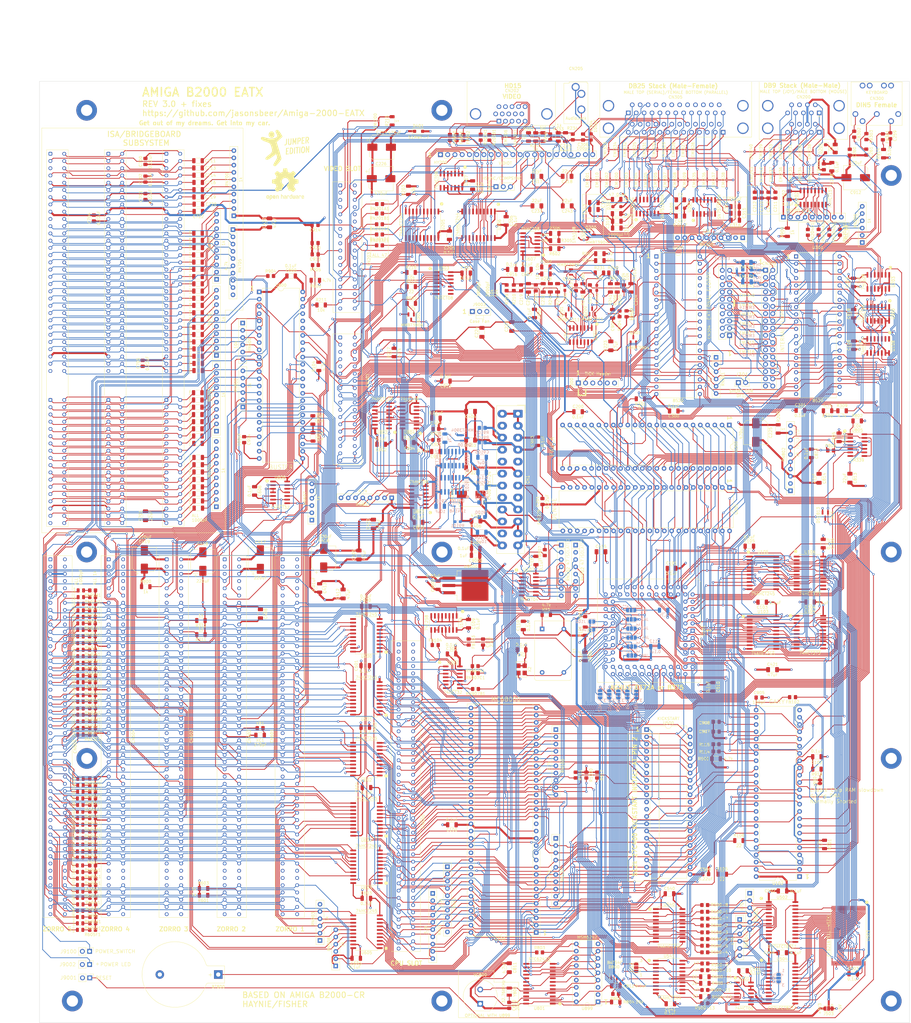
<source format=kicad_pcb>
(kicad_pcb
	(version 20240108)
	(generator "pcbnew")
	(generator_version "8.0")
	(general
		(thickness 1.6)
		(legacy_teardrops no)
	)
	(paper "C")
	(title_block
		(title "Amiga 2000 EATX")
		(date "2023-03-15")
		(rev "3.0")
	)
	(layers
		(0 "F.Cu" signal)
		(1 "In1.Cu" power)
		(2 "In2.Cu" power)
		(31 "B.Cu" signal)
		(32 "B.Adhes" user "B.Adhesive")
		(33 "F.Adhes" user "F.Adhesive")
		(34 "B.Paste" user)
		(35 "F.Paste" user)
		(36 "B.SilkS" user "B.Silkscreen")
		(37 "F.SilkS" user "F.Silkscreen")
		(38 "B.Mask" user)
		(39 "F.Mask" user)
		(40 "Dwgs.User" user "User.Drawings")
		(41 "Cmts.User" user "User.Comments")
		(42 "Eco1.User" user "User.Eco1")
		(43 "Eco2.User" user "User.Eco2")
		(44 "Edge.Cuts" user)
		(45 "Margin" user)
		(46 "B.CrtYd" user "B.Courtyard")
		(47 "F.CrtYd" user "F.Courtyard")
		(48 "B.Fab" user)
		(49 "F.Fab" user)
	)
	(setup
		(stackup
			(layer "F.SilkS"
				(type "Top Silk Screen")
			)
			(layer "F.Paste"
				(type "Top Solder Paste")
			)
			(layer "F.Mask"
				(type "Top Solder Mask")
				(thickness 0.01)
			)
			(layer "F.Cu"
				(type "copper")
				(thickness 0.035)
			)
			(layer "dielectric 1"
				(type "core")
				(thickness 0.48)
				(material "FR4")
				(epsilon_r 4.5)
				(loss_tangent 0.02)
			)
			(layer "In1.Cu"
				(type "copper")
				(thickness 0.035)
			)
			(layer "dielectric 2"
				(type "prepreg")
				(thickness 0.48)
				(material "FR4")
				(epsilon_r 4.5)
				(loss_tangent 0.02)
			)
			(layer "In2.Cu"
				(type "copper")
				(thickness 0.035)
			)
			(layer "dielectric 3"
				(type "core")
				(thickness 0.48)
				(material "FR4")
				(epsilon_r 4.5)
				(loss_tangent 0.02)
			)
			(layer "B.Cu"
				(type "copper")
				(thickness 0.035)
			)
			(layer "B.Mask"
				(type "Bottom Solder Mask")
				(thickness 0.01)
			)
			(layer "B.Paste"
				(type "Bottom Solder Paste")
			)
			(layer "B.SilkS"
				(type "Bottom Silk Screen")
			)
			(copper_finish "None")
			(dielectric_constraints no)
		)
		(pad_to_mask_clearance 0.05)
		(allow_soldermask_bridges_in_footprints no)
		(pcbplotparams
			(layerselection 0x00010fc_ffffffff)
			(plot_on_all_layers_selection 0x0000000_00000000)
			(disableapertmacros no)
			(usegerberextensions yes)
			(usegerberattributes no)
			(usegerberadvancedattributes no)
			(creategerberjobfile no)
			(dashed_line_dash_ratio 12.000000)
			(dashed_line_gap_ratio 3.000000)
			(svgprecision 4)
			(plotframeref no)
			(viasonmask no)
			(mode 1)
			(useauxorigin no)
			(hpglpennumber 1)
			(hpglpenspeed 20)
			(hpglpendiameter 15.000000)
			(pdf_front_fp_property_popups yes)
			(pdf_back_fp_property_popups yes)
			(dxfpolygonmode yes)
			(dxfimperialunits yes)
			(dxfusepcbnewfont yes)
			(psnegative no)
			(psa4output no)
			(plotreference yes)
			(plotvalue yes)
			(plotfptext yes)
			(plotinvisibletext no)
			(sketchpadsonfab no)
			(subtractmaskfromsilk yes)
			(outputformat 1)
			(mirror no)
			(drillshape 0)
			(scaleselection 1)
			(outputdirectory "out/")
		)
	)
	(net 0 "")
	(net 1 "GND")
	(net 2 "Net-(BT800-+)")
	(net 3 "_DTACK")
	(net 4 "_LDS")
	(net 5 "_UDS")
	(net 6 "R_W")
	(net 7 "_AS")
	(net 8 "_HLT")
	(net 9 "_RST")
	(net 10 "Net-(XC1-Pad1)")
	(net 11 "_BEER")
	(net 12 "_BOSS")
	(net 13 "_VPA")
	(net 14 "_BR")
	(net 15 "_BGACK")
	(net 16 "_IPL2")
	(net 17 "_IPL1")
	(net 18 "_IPL0")
	(net 19 "FC2")
	(net 20 "FC1")
	(net 21 "FC0")
	(net 22 "_VMA")
	(net 23 "D5")
	(net 24 "A4")
	(net 25 "D6")
	(net 26 "A3")
	(net 27 "D7")
	(net 28 "A2")
	(net 29 "D8")
	(net 30 "A1")
	(net 31 "D9")
	(net 32 "D10")
	(net 33 "D11")
	(net 34 "D12")
	(net 35 "D13")
	(net 36 "D14")
	(net 37 "D15")
	(net 38 "A23")
	(net 39 "E")
	(net 40 "A22")
	(net 41 "A21")
	(net 42 "A20")
	(net 43 "A19")
	(net 44 "7M")
	(net 45 "A18")
	(net 46 "A17")
	(net 47 "A16")
	(net 48 "A15")
	(net 49 "_BG")
	(net 50 "A14")
	(net 51 "A13")
	(net 52 "A12")
	(net 53 "A11")
	(net 54 "A10")
	(net 55 "A9")
	(net 56 "D0")
	(net 57 "A8")
	(net 58 "D1")
	(net 59 "A7")
	(net 60 "D2")
	(net 61 "A6")
	(net 62 "D3")
	(net 63 "A5")
	(net 64 "D4")
	(net 65 "_OEB")
	(net 66 "DRD8")
	(net 67 "DRD9")
	(net 68 "DRD10")
	(net 69 "DRD11")
	(net 70 "DRD12")
	(net 71 "DRD13")
	(net 72 "DRD14")
	(net 73 "DRD15")
	(net 74 "DRD0")
	(net 75 "DRD1")
	(net 76 "DRD2")
	(net 77 "DRD3")
	(net 78 "DRD4")
	(net 79 "DRD5")
	(net 80 "DRD6")
	(net 81 "DRD7")
	(net 82 "_LATCH")
	(net 83 "_OEL")
	(net 84 "+12V")
	(net 85 "-5V")
	(net 86 "Net-(CN601-Pad98)")
	(net 87 "Net-(CN601-Pad97)")
	(net 88 "Net-(JA5-A)")
	(net 89 "BA7")
	(net 90 "BA6")
	(net 91 "BA5")
	(net 92 "BA4")
	(net 93 "BA3")
	(net 94 "BA2")
	(net 95 "BA1")
	(net 96 "Net-(U201B-VCC)")
	(net 97 "Net-(Q202-C)")
	(net 98 "BA8")
	(net 99 "BA9")
	(net 100 "BA10")
	(net 101 "BA11")
	(net 102 "BA12")
	(net 103 "BA13")
	(net 104 "BA14")
	(net 105 "BA15")
	(net 106 "BA16")
	(net 107 "BA17")
	(net 108 "BA18")
	(net 109 "BA19")
	(net 110 "BA20")
	(net 111 "BA21")
	(net 112 "BA22")
	(net 113 "BA23")
	(net 114 "BD0")
	(net 115 "BD1")
	(net 116 "BD2")
	(net 117 "BD3")
	(net 118 "BD4")
	(net 119 "BD5")
	(net 120 "BD6")
	(net 121 "BD7")
	(net 122 "BD15")
	(net 123 "BD14")
	(net 124 "BD13")
	(net 125 "BD12")
	(net 126 "BD11")
	(net 127 "BD10")
	(net 128 "BD9")
	(net 129 "BD8")
	(net 130 "_CBG")
	(net 131 "_CBR")
	(net 132 "_INT6")
	(net 133 "XRDY")
	(net 134 "_VC1")
	(net 135 "_VC3")
	(net 136 "_INT2")
	(net 137 "VCDAC")
	(net 138 "28M")
	(net 139 "V7M")
	(net 140 "_BAS")
	(net 141 "_BUDS")
	(net 142 "_BLDS")
	(net 143 "READ")
	(net 144 "BFC0")
	(net 145 "BFC1")
	(net 146 "BFC2")
	(net 147 "_D2P")
	(net 148 "DMAOUT")
	(net 149 "_DBOE")
	(net 150 "Net-(C617-Pad1)")
	(net 151 "Net-(C619-Pad1)")
	(net 152 "Net-(C620-Pad1)")
	(net 153 "Net-(C621-Pad1)")
	(net 154 "Net-(C622-Pad1)")
	(net 155 "Net-(C623-Pad1)")
	(net 156 "Net-(C624-Pad1)")
	(net 157 "Net-(C625-Pad1)")
	(net 158 "Net-(C626-Pad1)")
	(net 159 "Net-(C627-Pad1)")
	(net 160 "Net-(C628-Pad1)")
	(net 161 "Net-(C629-Pad1)")
	(net 162 "Net-(C630-Pad1)")
	(net 163 "Net-(C631-Pad1)")
	(net 164 "Net-(C632-Pad1)")
	(net 165 "Net-(C633-Pad1)")
	(net 166 "Net-(C635-Pad1)")
	(net 167 "Net-(C637-Pad1)")
	(net 168 "Net-(C639-Pad1)")
	(net 169 "Net-(C641-Pad1)")
	(net 170 "Net-(C645-Pad1)")
	(net 171 "Net-(C647-Pad1)")
	(net 172 "Net-(C649-Pad1)")
	(net 173 "Net-(C650-Pad1)")
	(net 174 "Net-(C651-Pad1)")
	(net 175 "Net-(C652-Pad1)")
	(net 176 "Net-(C654-Pad1)")
	(net 177 "Net-(C655-Pad1)")
	(net 178 "Net-(C657-Pad1)")
	(net 179 "Net-(C658-Pad1)")
	(net 180 "Net-(C659-Pad1)")
	(net 181 "Net-(C660-Pad1)")
	(net 182 "Net-(C661-Pad1)")
	(net 183 "Net-(C662-Pad1)")
	(net 184 "Net-(C663-Pad1)")
	(net 185 "Net-(C664-Pad1)")
	(net 186 "Net-(C665-Pad1)")
	(net 187 "Net-(C666-Pad1)")
	(net 188 "Net-(C667-Pad1)")
	(net 189 "Net-(C668-Pad1)")
	(net 190 "Net-(C669-Pad1)")
	(net 191 "Net-(C670-Pad1)")
	(net 192 "Net-(C671-Pad1)")
	(net 193 "Net-(C672-Pad1)")
	(net 194 "Net-(C673-Pad1)")
	(net 195 "Net-(C674-Pad1)")
	(net 196 "_EINT1")
	(net 197 "Net-(C675-Pad1)")
	(net 198 "E7M")
	(net 199 "_EBG5")
	(net 200 "_EBR5")
	(net 201 "_EINT4")
	(net 202 "_EINT5")
	(net 203 "_EINT7")
	(net 204 "-12V")
	(net 205 "_EC1")
	(net 206 "_GBG")
	(net 207 "DOE")
	(net 208 "_OVR")
	(net 209 "ECDAC")
	(net 210 "_SLAVE5")
	(net 211 "_OWN")
	(net 212 "_EBG4")
	(net 213 "_EBR4")
	(net 214 "_SLAVE4")
	(net 215 "_EBG3")
	(net 216 "_EBR3")
	(net 217 "_SLAVE3")
	(net 218 "_EBG2")
	(net 219 "_EBR2")
	(net 220 "_SLAVE2")
	(net 221 "_EBG1")
	(net 222 "_EBR1")
	(net 223 "_COPCFG")
	(net 224 "_SLAVE1")
	(net 225 "Net-(U200-P0X)")
	(net 226 "/Power/+5VSB")
	(net 227 "Net-(U200-P0Y)")
	(net 228 "/Zorro_Expansion/_CFGOUT4")
	(net 229 "/Zorro_Expansion/_CFGIN4")
	(net 230 "/Zorro_Expansion/_CFGOUT3")
	(net 231 "/Zorro_Expansion/_CFGIN3")
	(net 232 "/Zorro_Expansion/_CFGOUT2")
	(net 233 "/Zorro_Expansion/_CFGIN2")
	(net 234 "Net-(U200-P1X)")
	(net 235 "+VID")
	(net 236 "_C4")
	(net 237 "_CSYNC")
	(net 238 "/Video/RED")
	(net 239 "/Video/GREEN")
	(net 240 "/Video/BLUE")
	(net 241 "PSTROBE")
	(net 242 "/Video/PIXELSW")
	(net 243 "_HSYNC")
	(net 244 "/Video/BURST")
	(net 245 "_XCLKEN")
	(net 246 "FLTRIGHT")
	(net 247 "FLTLEFT")
	(net 248 "Net-(U200-P1Y)")
	(net 249 "Net-(CN202-Pad14)")
	(net 250 "Net-(CN202-Pad13)")
	(net 251 "Net-(U204B-+)")
	(net 252 "Net-(Q201-S)")
	(net 253 "Net-(U204A--)")
	(net 254 "Net-(CN202-Pad3)")
	(net 255 "Net-(CN202-Pad2)")
	(net 256 "Net-(CN202-Pad1)")
	(net 257 "AUDIO")
	(net 258 "PPD7")
	(net 259 "PPD5")
	(net 260 "PPD3")
	(net 261 "PPD1")
	(net 262 "_PACK")
	(net 263 "PBUSY")
	(net 264 "PPOUT")
	(net 265 "B1")
	(net 266 "G2")
	(net 267 "G0")
	(net 268 "R2")
	(net 269 "R0")
	(net 270 "RAWRIGHT")
	(net 271 "RAWLEFT")
	(net 272 "_LED")
	(net 273 "PPD6")
	(net 274 "PPD4")
	(net 275 "PPD2")
	(net 276 "PPD0")
	(net 277 "PSEL")
	(net 278 "B2")
	(net 279 "G1")
	(net 280 "R1")
	(net 281 "+3V3")
	(net 282 "Net-(EMI200-Pad2)")
	(net 283 "Net-(R212-Pad2)")
	(net 284 "XCLK")
	(net 285 "Net-(R216-Pad2)")
	(net 286 "B0")
	(net 287 "R3")
	(net 288 "G3")
	(net 289 "B3")
	(net 290 "Net-(Q200-S)")
	(net 291 "M1V")
	(net 292 "M1H")
	(net 293 "M0V")
	(net 294 "M0H")
	(net 295 "Net-(RN700-R9)")
	(net 296 "RGA1")
	(net 297 "RGA2")
	(net 298 "RGA3")
	(net 299 "RGA4")
	(net 300 "RGA5")
	(net 301 "C1")
	(net 302 "RGA6")
	(net 303 "RGA7")
	(net 304 "_CDAC")
	(net 305 "RGA8")
	(net 306 "Net-(RN700-R8)")
	(net 307 "_BHS")
	(net 308 "_CIPL0")
	(net 309 "_C2")
	(net 310 "Net-(RN700-R7)")
	(net 311 "Net-(RN700-R6)")
	(net 312 "Net-(RN700-R5)")
	(net 313 "C3")
	(net 314 "_BRST")
	(net 315 "Net-(RN700-R4)")
	(net 316 "Net-(RN700-R3)")
	(net 317 "Net-(RN700-R2)")
	(net 318 "Net-(RN700-R1)")
	(net 319 "Net-(RN701-R9)")
	(net 320 "Net-(RN701-R8)")
	(net 321 "Net-(RN701-R7)")
	(net 322 "Net-(RN701-R6)")
	(net 323 "Net-(RN701-R5)")
	(net 324 "Net-(RN701-R4)")
	(net 325 "Net-(RN701-R3)")
	(net 326 "Net-(RN701-R2)")
	(net 327 "Net-(RN701-R1)")
	(net 328 "Net-(RN702-R9)")
	(net 329 "Net-(RN702-R8)")
	(net 330 "Net-(RN702-R7)")
	(net 331 "Net-(RN702-R6)")
	(net 332 "Net-(D800-Pad2)")
	(net 333 "Net-(D800-Pad1)")
	(net 334 "Net-(RN702-R5)")
	(net 335 "Net-(RN702-R4)")
	(net 336 "_CLKWR")
	(net 337 "_CLKRD")
	(net 338 "Net-(RN702-R3)")
	(net 339 "Net-(RN703-R6)")
	(net 340 "Net-(RN703-R5)")
	(net 341 "Net-(RN703-R4)")
	(net 342 "_MC1")
	(net 343 "_EC3")
	(net 344 "Net-(RN907B1-Pad2)")
	(net 345 "_RAS1")
	(net 346 "_CASL")
	(net 347 "_RAS0")
	(net 348 "_CASU")
	(net 349 "DRA8")
	(net 350 "DMAL")
	(net 351 "_WE")
	(net 352 "_INT3")
	(net 353 "_ROMEN")
	(net 354 "Net-(RN703-R3)")
	(net 355 "Net-(U900-Pad10)")
	(net 356 "Net-(RN703-R2)")
	(net 357 "Net-(RN703-R1)")
	(net 358 "Net-(RN704-R8)")
	(net 359 "Net-(RN704-R7)")
	(net 360 "Net-(RN704-R6)")
	(net 361 "Net-(RN704-R5)")
	(net 362 "Net-(RN704-R4)")
	(net 363 "Vref")
	(net 364 "+AV")
	(net 365 "-AV")
	(net 366 "Net-(C231-Pad2)")
	(net 367 "Net-(RN704-R3)")
	(net 368 "Net-(RN704-R2)")
	(net 369 "Net-(C233-Pad2)")
	(net 370 "Net-(C241-Pad2)")
	(net 371 "Net-(RN704-R1)")
	(net 372 "Net-(RN702-R2)")
	(net 373 "AUDOUT")
	(net 374 "Net-(CN200-Pad18)")
	(net 375 "/Paula/FIR0")
	(net 376 "Net-(CN200-Pad14)")
	(net 377 "Net-(CN200-Pad13)")
	(net 378 "Net-(CN200-Pad12)")
	(net 379 "Net-(CN200-Pad11)")
	(net 380 "Net-(CN200-Pad10)")
	(net 381 "Net-(CN200-Pad9)")
	(net 382 "Net-(CN200-Pad5)")
	(net 383 "Net-(CN200-Pad4)")
	(net 384 "Net-(CN200-Pad3)")
	(net 385 "Net-(CN200-Pad2)")
	(net 386 "Net-(CN200-Pad1)")
	(net 387 "_FIR1")
	(net 388 "Net-(RN702-R1)")
	(net 389 "Net-(RN703-R9)")
	(net 390 "Net-(RN703-R8)")
	(net 391 "Net-(RN703-R7)")
	(net 392 "Net-(U899-_XT)")
	(net 393 "Net-(U805A--)")
	(net 394 "Net-(RN802A-R1.1)")
	(net 395 "Net-(U102A-_LATCH)")
	(net 396 "_FIR0")
	(net 397 "Net-(J9002-Pin_1)")
	(net 398 "Net-(D9100-K)")
	(net 399 "AUDIN")
	(net 400 "_CUTOFF")
	(net 401 "unconnected-(CN1-PWR_OK-Pad8)")
	(net 402 "unconnected-(CN1-NC-Pad20)")
	(net 403 "unconnected-(CN202-Pad4)")
	(net 404 "unconnected-(CN202-Pad9)")
	(net 405 "_RxD")
	(net 406 "_TxD")
	(net 407 "DKWE")
	(net 408 "_DKWD")
	(net 409 "_DKRD")
	(net 410 "_KBRST")
	(net 411 "Net-(C310-Pad1)")
	(net 412 "Net-(C311-Pad1)")
	(net 413 "Net-(C312-Pad1)")
	(net 414 "Net-(C314-Pad2)")
	(net 415 "Net-(C315-Pad2)")
	(net 416 "Net-(C316-Pad2)")
	(net 417 "Net-(C318-Pad2)")
	(net 418 "unconnected-(CN202-Pad11)")
	(net 419 "unconnected-(CN202-Pad12)")
	(net 420 "unconnected-(CN202-Pad15)")
	(net 421 "/Serial/DTR")
	(net 422 "unconnected-(CN203-Pad1)")
	(net 423 "unconnected-(CN203-Pad2)")
	(net 424 "unconnected-(CN203-Pad5)")
	(net 425 "unconnected-(CN203-Pad35)")
	(net 426 "unconnected-(CN300-Pad3)")
	(net 427 "unconnected-(CN303-Pin_3-Pad3)")
	(net 428 "Net-(CN304-Pin_1)")
	(net 429 "/Serial/CD")
	(net 430 "/Serial/DSR")
	(net 431 "/Serial/CTS")
	(net 432 "/Serial/RTS")
	(net 433 "Net-(CN304-Pin_2)")
	(net 434 "Net-(EMI332-Pad2)")
	(net 435 "Net-(EMI333-Pad2)")
	(net 436 "Net-(CN304-Pin_3)")
	(net 437 "Net-(R902-Pad2)")
	(net 438 "Net-(CN304-Pin_4)")
	(net 439 "_MTR")
	(net 440 "_SEL1")
	(net 441 "_SEL0")
	(net 442 "_SIDE")
	(net 443 "DIR")
	(net 444 "_STEP")
	(net 445 "_INDEX")
	(net 446 "Net-(CN304-Pin_6)")
	(net 447 "Net-(CN304-Pin_8)")
	(net 448 "Net-(CN304-Pin_9)")
	(net 449 "Net-(CN304-Pin_10)")
	(net 450 "Net-(CN304-Pin_11)")
	(net 451 "_KBCLK")
	(net 452 "Net-(C313-Pad1)")
	(net 453 "Net-(CN304-Pin_12)")
	(net 454 "Net-(CN304-Pin_13)")
	(net 455 "Net-(CN304-Pin_14)")
	(net 456 "Net-(EMI310-Pad2)")
	(net 457 "Net-(CN304-Pin_15)")
	(net 458 "Net-(CN304-Pin_16)")
	(net 459 "Net-(CN304-Pin_17)")
	(net 460 "Net-(CN305-Pad11)")
	(net 461 "Net-(CN305-Pad10)")
	(net 462 "Net-(CN305-Pad1)")
	(net 463 "_EXRAM")
	(net 464 "Net-(CN304-Pin_18)")
	(net 465 "/Memory and Kickstart/_SRAMCE")
	(net 466 "OVL")
	(net 467 "/Memory and Kickstart/_MCASL")
	(net 468 "/Memory and Kickstart/_MCASU")
	(net 469 "/Memory and Kickstart/_MRAS1")
	(net 470 "/Memory and Kickstart/_MWE")
	(net 471 "/Memory and Kickstart/DRAB8")
	(net 472 "/Memory and Kickstart/DRAB0")
	(net 473 "/Memory and Kickstart/DRAB1")
	(net 474 "/Memory and Kickstart/DRAB2")
	(net 475 "/Memory and Kickstart/DRAB3")
	(net 476 "/Memory and Kickstart/DRAB4")
	(net 477 "/Memory and Kickstart/DRAB5")
	(net 478 "/Memory and Kickstart/DRAB6")
	(net 479 "/Memory and Kickstart/DRAB7")
	(net 480 "/Memory and Kickstart/DRAC0")
	(net 481 "/Memory and Kickstart/DRAC1")
	(net 482 "/Memory and Kickstart/DRAC2")
	(net 483 "/Memory and Kickstart/DRAC3")
	(net 484 "/Memory and Kickstart/DRAC4")
	(net 485 "/Memory and Kickstart/DRAC5")
	(net 486 "/Memory and Kickstart/DRAC6")
	(net 487 "/Memory and Kickstart/DRAC7")
	(net 488 "/Memory and Kickstart/DRAC8")
	(net 489 "Net-(CN304-Pin_19)")
	(net 490 "Net-(C259-Pad1)")
	(net 491 "/Floppy and Parallel/_IORST")
	(net 492 "Net-(CN305A-P14)")
	(net 493 "Net-(FB301-Pad2)")
	(net 494 "unconnected-(CN305A-P15-Pad15)")
	(net 495 "Net-(CN305A-P16)")
	(net 496 "unconnected-(CN305-Pad37)")
	(net 497 "unconnected-(CN305-Pad38)")
	(net 498 "unconnected-(CN305-Pad39)")
	(net 499 "unconnected-(CN305-Pad40)")
	(net 500 "unconnected-(CN305-Pad41)")
	(net 501 "unconnected-(CN305-Pad42)")
	(net 502 "unconnected-(CN305-Pad44)")
	(net 503 "_BUSRST")
	(net 504 "/Floppy and Parallel/_INUSE0")
	(net 505 "unconnected-(CN305-Pad46)")
	(net 506 "unconnected-(CN305-Pad48)")
	(net 507 "unconnected-(CN305-Pad49)")
	(net 508 "unconnected-(CN305-Pad50)")
	(net 509 "unconnected-(CN601-Pad11)")
	(net 510 "Net-(RN705-R1)")
	(net 511 "Net-(RN705-R2)")
	(net 512 "Net-(RN705-R3)")
	(net 513 "/Paula/+5VMOUSE")
	(net 514 "Net-(RN705-R4)")
	(net 515 "Net-(RN705-R7)")
	(net 516 "Net-(C711-Pad2)")
	(net 517 "Net-(RN705-R8)")
	(net 518 "Net-(C713-Pad2)")
	(net 519 "Net-(RN705-R5)")
	(net 520 "Net-(C714-Pad2)")
	(net 521 "Net-(RN705-R6)")
	(net 522 "Net-(C716-Pad2)")
	(net 523 "Net-(D200-K)")
	(net 524 "Net-(C717-Pad2)")
	(net 525 "Net-(D200-A)")
	(net 526 "Net-(C719-Pad2)")
	(net 527 "Net-(D300-K)")
	(net 528 "Net-(C720-Pad2)")
	(net 529 "Net-(D301-K)")
	(net 530 "Net-(C722-Pad2)")
	(net 531 "Net-(D400-K)")
	(net 532 "Net-(C726-Pad2)")
	(net 533 "Net-(D401-A)")
	(net 534 "Net-(C728-Pad2)")
	(net 535 "Net-(D9100-A)")
	(net 536 "Net-(C730-Pad2)")
	(net 537 "Net-(RN200-R1)")
	(net 538 "Net-(C732-Pad2)")
	(net 539 "Net-(RN200-R4)")
	(net 540 "Net-(C734-Pad2)")
	(net 541 "Net-(RN200-R3)")
	(net 542 "Net-(C736-Pad2)")
	(net 543 "Net-(RN200-R6)")
	(net 544 "Net-(C738-Pad2)")
	(net 545 "Net-(RN200-R5)")
	(net 546 "Net-(C740-Pad2)")
	(net 547 "Net-(RN200-R2)")
	(net 548 "Net-(C742-Pad2)")
	(net 549 "Net-(RN200-R7)")
	(net 550 "Net-(C744-Pad2)")
	(net 551 "Net-(RN200-R8)")
	(net 552 "Net-(C746-Pad2)")
	(net 553 "Net-(X1-OUT)")
	(net 554 "Net-(C748-Pad2)")
	(net 555 "Net-(U109-I0d)")
	(net 556 "Net-(C750-Pad2)")
	(net 557 "Net-(U109-Zc)")
	(net 558 "Net-(C752-Pad2)")
	(net 559 "Net-(U109-Zd)")
	(net 560 "Net-(C754-Pad2)")
	(net 561 "Net-(RN300-R3)")
	(net 562 "Net-(C756-Pad2)")
	(net 563 "Net-(RN102A-R1.2)")
	(net 564 "Net-(C758-Pad2)")
	(net 565 "Net-(J102-B)")
	(net 566 "Net-(C760-Pad2)")
	(net 567 "unconnected-(J300-Pin_5-Pad5)")
	(net 568 "Net-(C762-Pad2)")
	(net 569 "Net-(J301-Pin_1)")
	(net 570 "Net-(C764-Pad2)")
	(net 571 "Net-(C766-Pad2)")
	(net 572 "unconnected-(J9003-Pin_3-Pad3)")
	(net 573 "Net-(C768-Pad2)")
	(net 574 "Net-(J9004-A)")
	(net 575 "Net-(C770-Pad2)")
	(net 576 "Net-(J9004-C)")
	(net 577 "Net-(C776-Pad2)")
	(net 578 "Net-(JA1-C)")
	(net 579 "Net-(C778-Pad2)")
	(net 580 "Net-(JA1-B)")
	(net 581 "Net-(C780-Pad2)")
	(net 582 "Net-(JA2-C)")
	(net 583 "Net-(C782-Pad2)")
	(net 584 "Net-(JA3-C)")
	(net 585 "Net-(C784-Pad2)")
	(net 586 "Net-(JA4-C)")
	(net 587 "Net-(C786-Pad2)")
	(net 588 "Net-(JA5-C)")
	(net 589 "Net-(C787-Pad2)")
	(net 590 "Net-(JA6-C)")
	(net 591 "Net-(C789-Pad2)")
	(net 592 "Net-(JA8-C)")
	(net 593 "Net-(C790-Pad2)")
	(net 594 "Net-(JA9-C)")
	(net 595 "Net-(C791-Pad2)")
	(net 596 "Net-(JA10-C)")
	(net 597 "Net-(C793-Pad2)")
	(net 598 "Net-(JA11-C)")
	(net 599 "Net-(C794-Pad2)")
	(net 600 "Net-(JA12-C)")
	(net 601 "Net-(C796-Pad2)")
	(net 602 "Net-(JA13-C)")
	(net 603 "Net-(Q200-G)")
	(net 604 "Net-(Q201-G)")
	(net 605 "Net-(CN700-PadD17)")
	(net 606 "Net-(CN700-PadD15)")
	(net 607 "Net-(CN700-PadD14)")
	(net 608 "Net-(CN700-PadD13)")
	(net 609 "Net-(CN700-PadD12)")
	(net 610 "Net-(CN700-PadD11)")
	(net 611 "Net-(CN700-PadD10)")
	(net 612 "Net-(CN700-PadD9)")
	(net 613 "Net-(CN700-PadD8)")
	(net 614 "Net-(CN700-PadD7)")
	(net 615 "Net-(CN700-PadD6)")
	(net 616 "Net-(CN700-PadD5)")
	(net 617 "Net-(CN700-PadD4)")
	(net 618 "Net-(CN700-PadD3)")
	(net 619 "Net-(Q202-B)")
	(net 620 "Net-(Q301-B)")
	(net 621 "Net-(Q302-B)")
	(net 622 "Net-(Q302-C)")
	(net 623 "Net-(CN700-PadB30)")
	(net 624 "Net-(CN700-PadB28)")
	(net 625 "Net-(CN700-PadB27)")
	(net 626 "Net-(CN700-PadB26)")
	(net 627 "Net-(CN700-PadB25)")
	(net 628 "Net-(CN700-PadB24)")
	(net 629 "Net-(CN700-PadB23)")
	(net 630 "Net-(CN700-PadB22)")
	(net 631 "Net-(CN700-PadB21)")
	(net 632 "Net-(CN700-PadB20)")
	(net 633 "Net-(CN700-PadB19)")
	(net 634 "Net-(CN700-PadB18)")
	(net 635 "Net-(CN700-PadB17)")
	(net 636 "Net-(CN700-PadB16)")
	(net 637 "Net-(CN700-PadB15)")
	(net 638 "Net-(Q9100-B)")
	(net 639 "Net-(U102A-_VPA)")
	(net 640 "Net-(U102A-_DTACK)")
	(net 641 "Net-(U200-RIGHT)")
	(net 642 "Net-(CN700-PadB8)")
	(net 643 "Net-(CN700-PadB6)")
	(net 644 "Net-(CN700-PadB4)")
	(net 645 "Net-(CN700-PadB2)")
	(net 646 "Net-(CN700-PadA11)")
	(net 647 "Net-(CN700-PadA10)")
	(net 648 "Net-(CN700-PadA1)")
	(net 649 "Net-(U200-LEFT)")
	(net 650 "/Zorro_Expansion/_CFGIN5")
	(net 651 "/Zorro_Expansion/_CFGOUT1")
	(net 652 "Net-(U108B-~{Q})")
	(net 653 "Net-(U102C-MTRON)")
	(net 654 "/Serial/RESET")
	(net 655 "+AUD")
	(net 656 "Net-(EMI206-Pad1)")
	(net 657 "Net-(EMI207-Pad1)")
	(net 658 "Net-(U540-O0a)")
	(net 659 "Net-(U540-O1a)")
	(net 660 "Net-(U540-O2a)")
	(net 661 "Net-(U540-O3a)")
	(net 662 "Net-(U540-O0b)")
	(net 663 "Net-(U540-O1b)")
	(net 664 "Net-(U540-O2b)")
	(net 665 "Net-(U540-O3b)")
	(net 666 "Net-(U541-O0a)")
	(net 667 "Net-(U541-O1a)")
	(net 668 "Net-(U541-O2a)")
	(net 669 "Net-(U541-O3a)")
	(net 670 "Net-(U541-O0b)")
	(net 671 "Net-(U541-O1b)")
	(net 672 "Net-(U541-O3b)")
	(net 673 "Net-(U800A-DOE)")
	(net 674 "Net-(U800A-_C4)")
	(net 675 "Net-(U9102B-Q)")
	(net 676 "Net-(RN100-R7)")
	(net 677 "Net-(RN102A-R1.1)")
	(net 678 "Net-(RN102B-R2.1)")
	(net 679 "Net-(RN102C-R3.1)")
	(net 680 "Net-(U205-1Y2)")
	(net 681 "Net-(C9103-Pad1)")
	(net 682 "Net-(U202-Za)")
	(net 683 "Net-(U9101-Pad6)")
	(net 684 "Net-(U202-Zb)")
	(net 685 "Net-(U202-Zc)")
	(net 686 "/Memory and Kickstart/CAS")
	(net 687 "/Memory and Kickstart/RAS")
	(net 688 "/Memory and Kickstart/DRAD1")
	(net 689 "/Memory and Kickstart/DRAD2")
	(net 690 "/Memory and Kickstart/DRAD3")
	(net 691 "/Memory and Kickstart/DRAD4")
	(net 692 "/Memory and Kickstart/DRAD5")
	(net 693 "/Memory and Kickstart/DRAD6")
	(net 694 "/Memory and Kickstart/DRAD7")
	(net 695 "/Memory and Kickstart/DRAD8")
	(net 696 "Net-(U202-Zd)")
	(net 697 "Net-(C9105-Pad1)")
	(net 698 "/Power/_PS-ON")
	(net 699 "unconnected-(RN205-R1-Pad2)")
	(net 700 "unconnected-(RN300-R1-Pad2)")
	(net 701 "unconnected-(RN300-R9-Pad10)")
	(net 702 "unconnected-(RN704-R9-Pad10)")
	(net 703 "unconnected-(RN705-R9-Pad10)")
	(net 704 "Net-(RN802C-R3.2)")
	(net 705 "Net-(RN802D-R4.2)")
	(net 706 "Net-(RN902B-R2.1)")
	(net 707 "Net-(CN305-Pad13)")
	(net 708 "Net-(CN305-Pad12)")
	(net 709 "Net-(CN305-Pad9)")
	(net 710 "Net-(CN305-Pad8)")
	(net 711 "Net-(CN305-Pad7)")
	(net 712 "Net-(CN305-Pad6)")
	(net 713 "Net-(CN305-Pad5)")
	(net 714 "Net-(CN305-Pad4)")
	(net 715 "Net-(CN305-Pad3)")
	(net 716 "Net-(CN305-Pad2)")
	(net 717 "Net-(C304-Pad1)")
	(net 718 "Net-(C306-Pad1)")
	(net 719 "Net-(CN305-Pad47)")
	(net 720 "Net-(CN305-Pad45)")
	(net 721 "Net-(CN305-Pad35)")
	(net 722 "Net-(CN305-Pad34)")
	(net 723 "Net-(CN305-Pad33)")
	(net 724 "Net-(CN305-Pad31)")
	(net 725 "Net-(CN305-Pad30)")
	(net 726 "Net-(CN305-Pad29)")
	(net 727 "Net-(CN305-Pad28)")
	(net 728 "Net-(CN305-Pad27)")
	(net 729 "Net-(RN902C-R3.1)")
	(net 730 "/Video/_COMPSYNC")
	(net 731 "/Video/SYNC")
	(net 732 "/Video/COMPVID")
	(net 733 "Net-(RN902D-R4.1)")
	(net 734 "unconnected-(RN903-R5-Pad6)")
	(net 735 "Net-(CN203-Pad33)")
	(net 736 "Net-(RN908-R1)")
	(net 737 "Net-(RN908-R2)")
	(net 738 "_VSYNC")
	(net 739 "/Floppy and Parallel/_RDY")
	(net 740 "/Floppy and Parallel/_WPROT")
	(net 741 "/Floppy and Parallel/_TRK0")
	(net 742 "/Floppy and Parallel/_DKWEB")
	(net 743 "/Floppy and Parallel/_DKWDB")
	(net 744 "/Floppy and Parallel/_MTROD")
	(net 745 "/Floppy and Parallel/_INUSE1")
	(net 746 "/Floppy and Parallel/_CHNG")
	(net 747 "/Floppy and Parallel/_KBDATA")
	(net 748 "Net-(CN203-Pad29)")
	(net 749 "Net-(CN203-Pad27)")
	(net 750 "Net-(CN203-Pad25)")
	(net 751 "Net-(CN203-Pad23)")
	(net 752 "unconnected-(RNX2-R9-Pad10)")
	(net 753 "Net-(C260-Pad1)")
	(net 754 "Net-(CN200-Pad15)")
	(net 755 "AgnusCLK")
	(net 756 "Net-(U102A-_BLIT)")
	(net 757 "Net-(U102C-DKWEB)")
	(net 758 "Net-(U102C-DKWDB)")
	(net 759 "7MHz")
	(net 760 "Net-(U102C-MTRX)")
	(net 761 "Net-(U108B-C)")
	(net 762 "unconnected-(U109-Za-Pad4)")
	(net 763 "unconnected-(U109-Zb-Pad7)")
	(net 764 "Net-(U201A-BURST)")
	(net 765 "Net-(U201A-R0)")
	(net 766 "Net-(U201A-R1)")
	(net 767 "Net-(U201A-R2)")
	(net 768 "Net-(U201A-R3)")
	(net 769 "Net-(U201A-B0)")
	(net 770 "DRA9")
	(net 771 "/Memory and Kickstart/DRAB9")
	(net 772 "Net-(U201A-B1)")
	(net 773 "Net-(U201A-B2)")
	(net 774 "Net-(U201A-B3)")
	(net 775 "Net-(U201A-G0)")
	(net 776 "Net-(U201A-G1)")
	(net 777 "Net-(U201A-G2)")
	(net 778 "Net-(U201A-G3)")
	(net 779 "Net-(U201A-PIXELSW)")
	(net 780 "unconnected-(U207-Pad8)")
	(net 781 "unconnected-(U207-Pad11)")
	(net 782 "Net-(U300A-_CS)")
	(net 783 "unconnected-(U301A-_PC-Pad18)")
	(net 784 "Net-(U301A-_CS)")
	(net 785 "unconnected-(U303-Pad8)")
	(net 786 "unconnected-(U303-Pad9)")
	(net 787 "_DBR")
	(net 788 "_RAMEN")
	(net 789 "_REGEN")
	(net 790 "_BLS")
	(net 791 "unconnected-(U303-Pad10)")
	(net 792 "unconnected-(U305-Pad2)")
	(net 793 "/Memory and Kickstart/DRAC9")
	(net 794 "/Memory and Kickstart/DRAD9")
	(net 795 "unconnected-(U305-Pad5)")
	(net 796 "/Memory and Kickstart/_MRAS0")
	(net 797 "unconnected-(U305-Pad9)")
	(net 798 "unconnected-(U305-Pad12)")
	(net 799 "unconnected-(U501-Pad11)")
	(net 800 "unconnected-(U541-O2b-Pad5)")
	(net 801 "/Memory and Kickstart/DRABx")
	(net 802 "/Memory and Kickstart/DRADx")
	(net 803 "DRA0-G")
	(net 804 "DRA7-6")
	(net 805 "DRA5-4")
	(net 806 "DRA3-2")
	(net 807 "DRA1-0")
	(net 808 "DRA8-7")
	(net 809 "DRA6-5")
	(net 810 "DRA4-3")
	(net 811 "DRA2-1")
	(net 812 "unconnected-(U600-A7-Pad9)")
	(net 813 "unconnected-(U600-B7-Pad11)")
	(net 814 "/Buster and RTC/CLKVCC")
	(net 815 "/Buster and RTC/STDP")
	(net 816 "unconnected-(U800A-PTEST-Pad44)")
	(net 817 "unconnected-(U801-(VDD)-Pad22)")
	(net 818 "unconnected-(U801-(VDD)-Pad23)")
	(net 819 "unconnected-(U802-O7-Pad7)")
	(net 820 "Net-(U802-O6)")
	(net 821 "Net-(U802-O5)")
	(net 822 "Net-(U802-O4)")
	(net 823 "Net-(U802-O3)")
	(net 824 "Net-(U802-O2)")
	(net 825 "Net-(U802-O1)")
	(net 826 "Net-(U802-O0)")
	(net 827 "Net-(U804-I1)")
	(net 828 "Net-(U804-I4)")
	(net 829 "Net-(U804-I5)")
	(net 830 "Net-(U804-I7)")
	(net 831 "unconnected-(U804-GS-Pad14)")
	(net 832 "unconnected-(U804-EO-Pad15)")
	(net 833 "Net-(U899-XT)")
	(net 834 "/Floppy and Parallel/_MTRX")
	(net 835 "/Floppy and Parallel/_DKRST")
	(net 836 "_SEL3")
	(net 837 "_SEL2")
	(net 838 "Net-(EMI320-Pad1)")
	(net 839 "Net-(EMI321-Pad1)")
	(net 840 "Net-(U9102B-C)")
	(net 841 "Net-(U9102B-D)")
	(net 842 "Net-(U9102B-~{R})")
	(net 843 "unconnected-(U9102B-~{Q}-Pad8)")
	(net 844 "Net-(X1-Enable)")
	(net 845 "_CIPL2")
	(net 846 "Net-(R203A1-Pad2)")
	(net 847 "_CIPL1")
	(net 848 "TBASE")
	(net 849 "Net-(J900-B)")
	(net 850 "+5V")
	(net 851 "unconnected-(RNX1-R1-Pad2)")
	(net 852 "unconnected-(U801-NC-Pad3)")
	(net 853 "unconnected-(U801-NC-Pad6)")
	(net 854 "unconnected-(U801-NC-Pad8)")
	(net 855 "unconnected-(U801-NC-Pad17)")
	(net 856 "unconnected-(U801-NC-Pad18)")
	(net 857 "unconnected-(U801-NC-Pad21)")
	(net 858 "Mcc")
	(footprint "Resistor_SMD:R_0805_2012Metric_Pad1.20x1.40mm_HandSolder" (layer "F.Cu") (at 292.40729 297.1995 -90))
	(footprint "Resistor_SMD:R_0805_2012Metric_Pad1.20x1.40mm_HandSolder" (layer "F.Cu") (at 296.16649 297.1995 -90))
	(footprint "Package_SO:SOIC-20W_7.5x12.8mm_P1.27mm" (layer "F.Cu") (at 370.74089 226.2827))
	(footprint "Capacitor_SMD:C_0805_2012Metric_Pad1.18x1.45mm_HandSolder" (layer "F.Cu") (at 277.01489 201.2383 90))
	(footprint "Capacitor_SMD:C_1206_3216Metric" (layer "F.Cu") (at 244.42669 107.8425 90))
	(footprint "Capacitor_SMD:C_1206_3216Metric" (layer "F.Cu") (at 264.30219 102.826 -90))
	(footprint "Capacitor_SMD:C_1206_3216Metric" (layer "F.Cu") (at 243.15669 158.9981 180))
	(footprint "Resistor_SMD:R_1206_3216Metric" (layer "F.Cu") (at 231.04089 125.8765))
	(footprint "Resistor_SMD:R_1206_3216Metric" (layer "F.Cu") (at 224.33529 67.7359 90))
	(footprint "Resistor_SMD:R_1206_3216Metric" (layer "F.Cu") (at 230.99009 120.8981))
	(footprint "Resistor_SMD:R_0805_2012Metric_Pad1.20x1.40mm_HandSolder" (layer "F.Cu") (at 219.96649 96.9205 180))
	(footprint "Resistor_SMD:R_0805_2012Metric_Pad1.20x1.40mm_HandSolder" (layer "F.Cu") (at 219.91569 100.2225 180))
	(footprint "Resistor_SMD:R_0805_2012Metric_Pad1.20x1.40mm_HandSolder" (layer "F.Cu") (at 219.91569 104.0071 180))
	(footprint "Resistor_SMD:R_0805_2012Metric_Pad1.20x1.40mm_HandSolder" (layer "F.Cu") (at 219.91569 107.5885 180))
	(footprint "Resistor_SMD:R_0805_2012Metric_Pad1.20x1.40mm_HandSolder" (layer "F.Cu") (at 219.91569 111.3985))
	(footprint "Package_SO:SOIC-20W_7.5x12.8mm_P1.27mm" (layer "F.Cu") (at 234.83819 104.1759 -90))
	(footprint "Capacitor_SMD:C_1206_3216Metric" (layer "F.Cu") (at 275.28769 180.1055 90))
	(footprint "Capacitor_SMD:C_1206_3216Metric" (layer "F.Cu") (at 292.00089 255.5943 -90))
	(footprint "Capacitor_SMD:C_1206_3216Metric" (layer "F.Cu") (at 336.83969 266.2425 -90))
	(footprint "Capacitor_SMD:C_1206_3216Metric" (layer "F.Cu") (at 220.50497 181.18246))
	(footprint "Package_SO:SOIC-14_3.9x8.7mm_P1.27mm" (layer "F.Cu") (at 245.59001 262.89426))
	(footprint "Package_SO:SOIC-16_3.9x9.9mm_P1.27mm" (layer "F.Cu") (at 220.80469 171.1393 180))
	(footprint "Package_SO:SOIC-14_3.9x8.7mm_P1.27mm" (layer "F.Cu") (at 233.65709 199.6381 180))
	(footprint "AmigaFootprints:DSUB-15-HD_Female_Horizontal_P2.29x1.98mm_EdgePinOffset8.35mm_Housed_MountingHolesOffset10.89mm" (layer "F.Cu") (at 266.34969 53.8675 180))
	(footprint "Capacitor_SMD:C_1206_3216Metric" (layer "F.Cu") (at 375.4 216 90))
	(footprint "Package_SO:SOIC-14_3.9x8.7mm_P1.27mm"
		(layer "F.Cu")
		(uuid "00000000-0000-0000-0000-00006058901e")
		(at 242.42009 124.6065)
		(descr "SOIC, 14 Pin (JEDEC MS-012AB, https://www.analog.com/media/en/package-pcb-resources/package/pkg_pdf/soic_narrow-r/r_14.pdf), generated with kicad-footprint-generator ipc_gullwing_generator.py")
		(tags "SOIC SO")
		(property "Reference" "U303"
			(at 0 -5.28 0)
			(layer "F.SilkS")
			(uuid "2c8e2823-cdc0-4f6d-bc0c-b0d3dce6e097")
			(effects
				(font
					(size 1 1)
					(thickness 0.15)
				)
			)
		)
		(property "Value" "74HCT08"
			(at 0 5.28 0)
			(layer "F.SilkS")
			(uuid "88ca6a11-691e-4369-b2d5-542c1e28221d")
			(effects
				(font
					(size 1 1)
					(thickness 0.15)
				)
			)
		)
		(property "Footprint" "Package_SO:SOIC-14_3.9x8.7mm_P1.27mm"
			(at 0 0 0)
			(layer "F.Fab")
			(hide yes)
			(uuid "97734dbf-d65a-42ea-807e-f082a511e460")
			(effects
				(font
					(size 1.27 1.27)
					(thickness 0.15)
				)
			)
		)
		(property "Datasheet" "http://www.ti.com/lit/gpn/sn74LS08"
			(at 0 0 0)
			(layer "F.Fab")
			(hide yes)
			(uuid "dbd22298-7547-4a65-b6e1-bd4479c9229e")
			(effects
				(font
					(size 1.27 1.27)
					(thickness 0.15)
				)
			)
		)
		(property "Description" ""
			(at 0 0 0)
			(layer "F.Fab")
			(hide yes)
			(uuid "ab275c76-b3dc-4c58-96e2-dfc5667d465c")
			(effects
				(font
					(size 1.27 1.27)
					(thickness 0.15)
				)
			)
		)
		(property "Digikey" ""
			(at 0 0 0)
			(layer "F.Fab")
			(hide yes)
			(uuid "cf8436d3-bbdd-483e-a2c3-ff98bda8dec8")
			(effects
				(font
					(size 1 1)
					(thickness 0.15)
				)
			)
		)
		(property "Digikey cheap" ""
			(at 0 0 0)
			(layer "F.Fab")
			(hide yes)
			(uuid "7ee206fa-68ef-4156-b0da-a434764138eb")
			(effects
				(font
					(size 1 1)
					(thickness 0.15)
				)
			)
		)
		(property "JLCPCB" ""
			(at 0 0 0)
			(layer "F.Fab")
			(hide yes)
			(uuid "4b76bbbe-0b40-4da3-a09c-01f3f54e8785")
			(effects
				(font
					(size 1 1)
					(thickness 0.15)
				)
			)
		)
		(property "LCSC" "C6767"
			(at 0 0 0)
			(layer "F.Fab")
			(hide yes)
			(uuid "a3d9eb93-0a8e-4734-b2c4-62ec86838704")
			(effects
				(font
					(size 1 1)
					(thickness 0.15)
				)
			)
		)
		(property "LCSC Alt" "C176922"
			(at 0 0 0)
			(layer "F.Fab")
			(hide yes)
			(uuid "8eca5658-cb8d-4160-b908-a6e4633831e7")
			(effects
				(font
					(size 1 1)
					(thickness 0.15)
				)
			)
		)
		(property "Digikey ordered" ""
			(at 0 0 0)
			(unlocked yes)
			(layer "F.Fab")
			(hide yes)
			(uuid "648582d9-4217-4e57-a174-1a734c11b140")
			(effects
				(font
					(size 1 1)
					(thickness 0.15)
				)
			)
		)
		(property ki_fp_filters "DIP*W7.62mm*")
		(path "/00000000-0000-0000-0000-0000604fa049/00000000-0000-0000-0000-0000604b4590")
		(sheetname "Processor")
		(sheetfile "Processor.kicad_sch")
		(attr smd)
		(fp_line
			(start 0 -4.435)
			(end -3.45 -4.435)
			(stroke
				(width 0.12)
				(type solid)
			)
			(layer "F.SilkS")
			(uuid "3f9641cb-3b54-4ba4-9049-5d4fb86def59")
		)
		(fp_line
			(start 0 -4.435)
			(end 1.95 -4.435)
			(stroke
				(width 0.12)
				(type solid)
			)
			(layer "F.SilkS")
			(uuid "edc2ba47-b00d-4539-b380-f6fd0c173e45")
		)
		(fp_line
			(start 0 4.435)
			(end -1.95 4.435)
			(stroke
				(width 0.12)
				(type solid)
			)
			(layer "F.SilkS")
			(uuid "93f77142-7850-496e-9668-97d654f0c163")
		)
		(fp_line
			(start 0 4.435)
			(end 1.95 4.435)
			(stroke
				(width 0.12)
				(type solid)
			)
			(layer "F.SilkS")
			(uuid "2b6b19f6-04ae-4b90-9010-8d1cac8ea4be")
		)
		(fp_line
			(start -3.7 -4.58)
			(end -3.7 4.58)
			(stroke
				(width 0.05)
				(type solid)
			)
			(layer "F.CrtYd")
			(uuid "8ca6c4af-ed49-43b9-8449-7650b3dce236")
		)
		(fp_line
			(start -3.7 4.58)
			(end 3.7 4.58)
			(stroke
				(width 0.05)
				(type solid)
			)
			(layer "F.CrtYd")
			(uuid "47acf2f7-a16d-4178-9ad7-9fc734edb24e")
		)
		(fp_line
			(start 3.7 -4.58)
			(end -3.7 -4.58)
			(stroke
				(width 0.05)
	
... [15767582 chars truncated]
</source>
